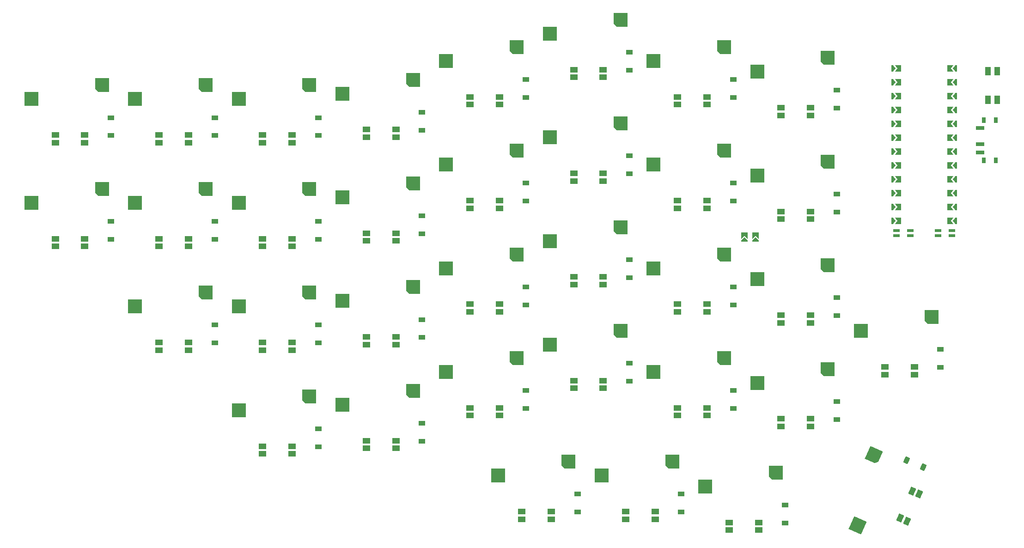
<source format=gbr>
%TF.GenerationSoftware,KiCad,Pcbnew,8.0.6*%
%TF.CreationDate,2025-01-09T22:44:34+01:00*%
%TF.ProjectId,deley,64656c65-792e-46b6-9963-61645f706362,0.1*%
%TF.SameCoordinates,Original*%
%TF.FileFunction,Paste,Bot*%
%TF.FilePolarity,Positive*%
%FSLAX46Y46*%
G04 Gerber Fmt 4.6, Leading zero omitted, Abs format (unit mm)*
G04 Created by KiCad (PCBNEW 8.0.6) date 2025-01-09 22:44:34*
%MOMM*%
%LPD*%
G01*
G04 APERTURE LIST*
G04 Aperture macros list*
%AMRotRect*
0 Rectangle, with rotation*
0 The origin of the aperture is its center*
0 $1 length*
0 $2 width*
0 $3 Rotation angle, in degrees counterclockwise*
0 Add horizontal line*
21,1,$1,$2,0,0,$3*%
%AMOutline5P*
0 Free polygon, 5 corners , with rotation*
0 The origin of the aperture is its center*
0 number of corners: always 5*
0 $1 to $10 corner X, Y*
0 $11 Rotation angle, in degrees counterclockwise*
0 create outline with 5 corners*
4,1,5,$1,$2,$3,$4,$5,$6,$7,$8,$9,$10,$1,$2,$11*%
%AMOutline6P*
0 Free polygon, 6 corners , with rotation*
0 The origin of the aperture is its center*
0 number of corners: always 6*
0 $1 to $12 corner X, Y*
0 $13 Rotation angle, in degrees counterclockwise*
0 create outline with 6 corners*
4,1,6,$1,$2,$3,$4,$5,$6,$7,$8,$9,$10,$11,$12,$1,$2,$13*%
%AMOutline7P*
0 Free polygon, 7 corners , with rotation*
0 The origin of the aperture is its center*
0 number of corners: always 7*
0 $1 to $14 corner X, Y*
0 $15 Rotation angle, in degrees counterclockwise*
0 create outline with 7 corners*
4,1,7,$1,$2,$3,$4,$5,$6,$7,$8,$9,$10,$11,$12,$13,$14,$1,$2,$15*%
%AMOutline8P*
0 Free polygon, 8 corners , with rotation*
0 The origin of the aperture is its center*
0 number of corners: always 8*
0 $1 to $16 corner X, Y*
0 $17 Rotation angle, in degrees counterclockwise*
0 create outline with 8 corners*
4,1,8,$1,$2,$3,$4,$5,$6,$7,$8,$9,$10,$11,$12,$13,$14,$15,$16,$1,$2,$17*%
%AMFreePoly0*
4,1,6,0.500000,-0.625000,-0.650000,-0.625000,-0.150000,0.000000,-0.650000,0.625000,0.500000,0.625000,0.500000,-0.625000,0.500000,-0.625000,$1*%
%AMFreePoly1*
4,1,6,0.250000,0.000000,-0.250000,-0.625000,-0.500000,-0.625000,-0.500000,0.625000,-0.250000,0.625000,0.250000,0.000000,0.250000,0.000000,$1*%
%AMFreePoly2*
4,1,6,0.600000,-0.200000,0.600000,-0.400000,-0.600000,-0.400000,-0.600000,-0.200000,0.000000,0.400000,0.600000,-0.200000,0.600000,-0.200000,$1*%
%AMFreePoly3*
4,1,6,0.600000,-1.000000,0.000000,-0.400000,-0.600000,-1.000000,-0.600000,0.250000,0.600000,0.250000,0.600000,-1.000000,0.600000,-1.000000,$1*%
G04 Aperture macros list end*
%ADD10R,1.200000X0.900000*%
%ADD11RotRect,0.900000X1.200000X156.000000*%
%ADD12FreePoly0,180.000000*%
%ADD13FreePoly0,0.000000*%
%ADD14FreePoly1,0.000000*%
%ADD15FreePoly1,180.000000*%
%ADD16R,1.500000X0.700000*%
%ADD17R,0.800000X1.000000*%
%ADD18R,1.000000X1.550000*%
%ADD19R,1.200000X0.600000*%
%ADD20RotRect,1.400000X1.000000X246.000000*%
%ADD21R,1.400000X1.000000*%
%ADD22Outline5P,-1.275000X1.250000X1.275000X1.250000X1.275000X-1.250000X-0.775000X-1.250000X-1.275000X-0.750000X0.000000*%
%ADD23R,2.550000X2.500000*%
%ADD24FreePoly2,0.000000*%
%ADD25FreePoly3,0.000000*%
%ADD26Outline5P,-1.275000X1.250000X1.275000X1.250000X1.275000X-1.250000X-0.775000X-1.250000X-1.275000X-0.750000X66.000000*%
%ADD27RotRect,2.550000X2.500000X66.000000*%
G04 APERTURE END LIST*
D10*
%TO.C,D22*%
X231500000Y-163850000D03*
X231500000Y-167150000D03*
%TD*%
D11*
%TO.C,D33*%
X263327039Y-176594136D03*
X266341739Y-177936366D03*
%TD*%
D12*
%TO.C,MCU1*%
X271275000Y-104800000D03*
X271275000Y-107340000D03*
X271275000Y-109880000D03*
X271275000Y-112420000D03*
X271275000Y-114960000D03*
X271275000Y-117500000D03*
X271275000Y-120040000D03*
X271275000Y-122580000D03*
X271275000Y-125120000D03*
X271275000Y-127660000D03*
X271275000Y-130200000D03*
X271275000Y-132740000D03*
D13*
X261725000Y-132740000D03*
X261725000Y-130200000D03*
X261725000Y-127660000D03*
X261725000Y-125120000D03*
X261725000Y-122580000D03*
X261725000Y-120040000D03*
X261725000Y-117500000D03*
X261725000Y-114960000D03*
X261725000Y-112420000D03*
X261725000Y-109880000D03*
X261725000Y-107340000D03*
X261725000Y-104800000D03*
D14*
X261000000Y-104800000D03*
X261000000Y-107340000D03*
X261000000Y-109880000D03*
X261000000Y-112420000D03*
X261000000Y-114960000D03*
X261000000Y-117500000D03*
X261000000Y-120040000D03*
X261000000Y-122580000D03*
X261000000Y-125120000D03*
X261000000Y-127660000D03*
X261000000Y-130200000D03*
X261000000Y-132740000D03*
D15*
X272000000Y-132740000D03*
X272000000Y-130200000D03*
X272000000Y-127660000D03*
X272000000Y-125120000D03*
X272000000Y-122580000D03*
X272000000Y-120040000D03*
X272000000Y-117500000D03*
X272000000Y-114960000D03*
X272000000Y-112420000D03*
X272000000Y-109880000D03*
X272000000Y-107340000D03*
X272000000Y-104800000D03*
%TD*%
D10*
%TO.C,D14*%
X193500000Y-163850000D03*
X193500000Y-167150000D03*
%TD*%
%TO.C,D17*%
X193500000Y-106850000D03*
X193500000Y-110150000D03*
%TD*%
%TO.C,D7*%
X155500000Y-151850000D03*
X155500000Y-155150000D03*
%TD*%
%TO.C,D2*%
X117500000Y-113850000D03*
X117500000Y-117150000D03*
%TD*%
%TO.C,D16*%
X193500000Y-125850000D03*
X193500000Y-129150000D03*
%TD*%
%TO.C,D21*%
X212500000Y-101850000D03*
X212500000Y-105150000D03*
%TD*%
%TO.C,D9*%
X155500000Y-113850000D03*
X155500000Y-117150000D03*
%TD*%
%TO.C,D15*%
X193500000Y-144850000D03*
X193500000Y-148150000D03*
%TD*%
%TO.C,D24*%
X231500000Y-125850000D03*
X231500000Y-129150000D03*
%TD*%
%TO.C,D18*%
X212500000Y-158850000D03*
X212500000Y-162150000D03*
%TD*%
%TO.C,D32*%
X241000000Y-184850000D03*
X241000000Y-188150000D03*
%TD*%
D16*
%TO.C,PWR1*%
X276765000Y-120250000D03*
X276765000Y-118750000D03*
X276765000Y-115750000D03*
D17*
X279625000Y-121650000D03*
X279625000Y-114350000D03*
X277415000Y-121650000D03*
X277415000Y-114350000D03*
%TD*%
D10*
%TO.C,D23*%
X231500000Y-144850000D03*
X231500000Y-148150000D03*
%TD*%
%TO.C,D28*%
X250500000Y-127850000D03*
X250500000Y-131150000D03*
%TD*%
%TO.C,D13*%
X174500000Y-112850000D03*
X174500000Y-116150000D03*
%TD*%
%TO.C,D10*%
X174500000Y-169850000D03*
X174500000Y-173150000D03*
%TD*%
%TO.C,D27*%
X250500000Y-146850000D03*
X250500000Y-150150000D03*
%TD*%
%TO.C,D20*%
X212500000Y-120850000D03*
X212500000Y-124150000D03*
%TD*%
%TO.C,D4*%
X136500000Y-132850000D03*
X136500000Y-136150000D03*
%TD*%
%TO.C,D31*%
X222000000Y-182850000D03*
X222000000Y-186150000D03*
%TD*%
%TO.C,D19*%
X212500000Y-139850000D03*
X212500000Y-143150000D03*
%TD*%
D18*
%TO.C,RST1*%
X278150000Y-110625000D03*
X279850000Y-110625000D03*
X278150000Y-105375000D03*
X279850000Y-105375000D03*
%TD*%
D10*
%TO.C,D30*%
X203000000Y-182850000D03*
X203000000Y-186150000D03*
%TD*%
%TO.C,D6*%
X155500000Y-170850000D03*
X155500000Y-174150000D03*
%TD*%
%TO.C,D12*%
X174500000Y-131850000D03*
X174500000Y-135150000D03*
%TD*%
%TO.C,D3*%
X136500000Y-151850000D03*
X136500000Y-155150000D03*
%TD*%
%TO.C,D34*%
X269500000Y-156350000D03*
X269500000Y-159650000D03*
%TD*%
%TO.C,D8*%
X155500000Y-132850000D03*
X155500000Y-136150000D03*
%TD*%
%TO.C,D29*%
X250500000Y-108850000D03*
X250500000Y-112150000D03*
%TD*%
%TO.C,D26*%
X250500000Y-165850000D03*
X250500000Y-169150000D03*
%TD*%
%TO.C,D25*%
X231500000Y-106850000D03*
X231500000Y-110150000D03*
%TD*%
%TO.C,D11*%
X174500000Y-150850000D03*
X174500000Y-154150000D03*
%TD*%
D19*
%TO.C,DISP1*%
X261420000Y-134550000D03*
X263960000Y-134550000D03*
X269040000Y-134550000D03*
X271580000Y-134550000D03*
X261420000Y-135450000D03*
X263960000Y-135450000D03*
X269040000Y-135450000D03*
X271580000Y-135450000D03*
%TD*%
D10*
%TO.C,D5*%
X136500000Y-113850000D03*
X136500000Y-117150000D03*
%TD*%
%TO.C,D1*%
X117500000Y-132850000D03*
X117500000Y-136150000D03*
%TD*%
D20*
%TO.C,LED34*%
X264298048Y-182280711D03*
X265577012Y-182850142D03*
X263380634Y-187783287D03*
X262101670Y-187213856D03*
%TD*%
D21*
%TO.C,LED6*%
X145300000Y-175450000D03*
X145300000Y-174050000D03*
X150700000Y-174050000D03*
X150700000Y-175450000D03*
%TD*%
%TO.C,LED11*%
X183300000Y-149450000D03*
X183300000Y-148050000D03*
X188700000Y-148050000D03*
X188700000Y-149450000D03*
%TD*%
D22*
%TO.C,S30*%
X201342000Y-176920000D03*
D23*
X188415000Y-179460000D03*
%TD*%
D24*
%TO.C,JST1*%
X233600000Y-136200000D03*
X235600000Y-136200000D03*
D25*
X235600000Y-135184000D03*
X233600000Y-135184000D03*
%TD*%
D21*
%TO.C,LED3*%
X126300000Y-156450000D03*
X126300000Y-155050000D03*
X131700000Y-155050000D03*
X131700000Y-156450000D03*
%TD*%
D22*
%TO.C,S16*%
X191842000Y-119920000D03*
D23*
X178915000Y-122460000D03*
%TD*%
D21*
%TO.C,LED26*%
X207700000Y-143050000D03*
X207700000Y-144450000D03*
X202300000Y-144450000D03*
X202300000Y-143050000D03*
%TD*%
D22*
%TO.C,S14*%
X191842000Y-157920000D03*
D23*
X178915000Y-160460000D03*
%TD*%
D21*
%TO.C,LED14*%
X221300000Y-168450000D03*
X221300000Y-167050000D03*
X226700000Y-167050000D03*
X226700000Y-168450000D03*
%TD*%
D22*
%TO.C,S25*%
X229842000Y-100920000D03*
D23*
X216915000Y-103460000D03*
%TD*%
D22*
%TO.C,S28*%
X248842000Y-121920000D03*
D23*
X235915000Y-124460000D03*
%TD*%
D21*
%TO.C,LED21*%
X169700000Y-173050000D03*
X169700000Y-174450000D03*
X164300000Y-174450000D03*
X164300000Y-173050000D03*
%TD*%
%TO.C,LED12*%
X183300000Y-130450000D03*
X183300000Y-129050000D03*
X188700000Y-129050000D03*
X188700000Y-130450000D03*
%TD*%
%TO.C,LED25*%
X207700000Y-162050000D03*
X207700000Y-163450000D03*
X202300000Y-163450000D03*
X202300000Y-162050000D03*
%TD*%
%TO.C,LED8*%
X145300000Y-137450000D03*
X145300000Y-136050000D03*
X150700000Y-136050000D03*
X150700000Y-137450000D03*
%TD*%
%TO.C,LED20*%
X259300000Y-160950000D03*
X259300000Y-159550000D03*
X264700000Y-159550000D03*
X264700000Y-160950000D03*
%TD*%
D22*
%TO.C,S31*%
X220342000Y-176920000D03*
D23*
X207415000Y-179460000D03*
%TD*%
D22*
%TO.C,S24*%
X229842000Y-119920000D03*
D23*
X216915000Y-122460000D03*
%TD*%
D21*
%TO.C,LED30*%
X245700000Y-150050000D03*
X245700000Y-151450000D03*
X240300000Y-151450000D03*
X240300000Y-150050000D03*
%TD*%
%TO.C,LED19*%
X230800000Y-189450000D03*
X230800000Y-188050000D03*
X236200000Y-188050000D03*
X236200000Y-189450000D03*
%TD*%
%TO.C,LED9*%
X145300000Y-118450000D03*
X145300000Y-117050000D03*
X150700000Y-117050000D03*
X150700000Y-118450000D03*
%TD*%
D22*
%TO.C,S21*%
X210842000Y-95920000D03*
D23*
X197915000Y-98460000D03*
%TD*%
D22*
%TO.C,S13*%
X172842000Y-106920000D03*
D23*
X159915000Y-109460000D03*
%TD*%
D21*
%TO.C,LED23*%
X169700000Y-135050000D03*
X169700000Y-136450000D03*
X164300000Y-136450000D03*
X164300000Y-135050000D03*
%TD*%
%TO.C,LED31*%
X245700000Y-131050000D03*
X245700000Y-132450000D03*
X240300000Y-132450000D03*
X240300000Y-131050000D03*
%TD*%
%TO.C,LED1*%
X107300000Y-137450000D03*
X107300000Y-136050000D03*
X112700000Y-136050000D03*
X112700000Y-137450000D03*
%TD*%
%TO.C,LED24*%
X169700000Y-116050000D03*
X169700000Y-117450000D03*
X164300000Y-117450000D03*
X164300000Y-116050000D03*
%TD*%
D22*
%TO.C,S27*%
X248842000Y-140920000D03*
D23*
X235915000Y-143460000D03*
%TD*%
D22*
%TO.C,S32*%
X239342000Y-178920000D03*
D23*
X226415000Y-181460000D03*
%TD*%
D21*
%TO.C,LED5*%
X126300000Y-118450000D03*
X126300000Y-117050000D03*
X131700000Y-117050000D03*
X131700000Y-118450000D03*
%TD*%
D22*
%TO.C,S11*%
X172842000Y-144920000D03*
D23*
X159915000Y-147460000D03*
%TD*%
D22*
%TO.C,S3*%
X134842000Y-145920000D03*
D23*
X121915000Y-148460000D03*
%TD*%
D22*
%TO.C,S10*%
X172842000Y-163920000D03*
D23*
X159915000Y-166460000D03*
%TD*%
D21*
%TO.C,LED33*%
X217200000Y-186050000D03*
X217200000Y-187450000D03*
X211800000Y-187450000D03*
X211800000Y-186050000D03*
%TD*%
D22*
%TO.C,S7*%
X153842000Y-145920000D03*
D23*
X140915000Y-148460000D03*
%TD*%
D21*
%TO.C,LED22*%
X169700000Y-154050000D03*
X169700000Y-155450000D03*
X164300000Y-155450000D03*
X164300000Y-154050000D03*
%TD*%
%TO.C,LED28*%
X207700000Y-105050000D03*
X207700000Y-106450000D03*
X202300000Y-106450000D03*
X202300000Y-105050000D03*
%TD*%
D22*
%TO.C,S8*%
X153842000Y-126920000D03*
D23*
X140915000Y-129460000D03*
%TD*%
D22*
%TO.C,S18*%
X210842000Y-152920000D03*
D23*
X197915000Y-155460000D03*
%TD*%
D22*
%TO.C,S23*%
X229842000Y-138920000D03*
D23*
X216915000Y-141460000D03*
%TD*%
D22*
%TO.C,S1*%
X115842000Y-126920000D03*
D23*
X102915000Y-129460000D03*
%TD*%
D21*
%TO.C,LED27*%
X207700000Y-124050000D03*
X207700000Y-125450000D03*
X202300000Y-125450000D03*
X202300000Y-124050000D03*
%TD*%
%TO.C,LED18*%
X192800000Y-187450000D03*
X192800000Y-186050000D03*
X198200000Y-186050000D03*
X198200000Y-187450000D03*
%TD*%
%TO.C,LED16*%
X221300000Y-130450000D03*
X221300000Y-129050000D03*
X226700000Y-129050000D03*
X226700000Y-130450000D03*
%TD*%
%TO.C,LED7*%
X145300000Y-156450000D03*
X145300000Y-155050000D03*
X150700000Y-155050000D03*
X150700000Y-156450000D03*
%TD*%
D22*
%TO.C,S4*%
X134842000Y-126920000D03*
D23*
X121915000Y-129460000D03*
%TD*%
D22*
%TO.C,S29*%
X248842000Y-102920000D03*
D23*
X235915000Y-105460000D03*
%TD*%
D22*
%TO.C,S2*%
X115842000Y-107920000D03*
D23*
X102915000Y-110460000D03*
%TD*%
D21*
%TO.C,LED15*%
X221300000Y-149450000D03*
X221300000Y-148050000D03*
X226700000Y-148050000D03*
X226700000Y-149450000D03*
%TD*%
%TO.C,LED29*%
X245700000Y-169050000D03*
X245700000Y-170450000D03*
X240300000Y-170450000D03*
X240300000Y-169050000D03*
%TD*%
D22*
%TO.C,S26*%
X248842000Y-159920000D03*
D23*
X235915000Y-162460000D03*
%TD*%
D21*
%TO.C,LED13*%
X183300000Y-111450000D03*
X183300000Y-110050000D03*
X188700000Y-110050000D03*
X188700000Y-111450000D03*
%TD*%
D26*
%TO.C,S33*%
X257235345Y-175696845D03*
D27*
X254297865Y-188539358D03*
%TD*%
D22*
%TO.C,S6*%
X153842000Y-164920000D03*
D23*
X140915000Y-167460000D03*
%TD*%
D22*
%TO.C,S34*%
X267842000Y-150420000D03*
D23*
X254915000Y-152960000D03*
%TD*%
D22*
%TO.C,S19*%
X210842000Y-133920000D03*
D23*
X197915000Y-136460000D03*
%TD*%
D22*
%TO.C,S15*%
X191842000Y-138920000D03*
D23*
X178915000Y-141460000D03*
%TD*%
D22*
%TO.C,S20*%
X210842000Y-114920000D03*
D23*
X197915000Y-117460000D03*
%TD*%
D21*
%TO.C,LED17*%
X221300000Y-111450000D03*
X221300000Y-110050000D03*
X226700000Y-110050000D03*
X226700000Y-111450000D03*
%TD*%
%TO.C,LED32*%
X245700000Y-112050000D03*
X245700000Y-113450000D03*
X240300000Y-113450000D03*
X240300000Y-112050000D03*
%TD*%
D22*
%TO.C,S22*%
X229842000Y-157920000D03*
D23*
X216915000Y-160460000D03*
%TD*%
D22*
%TO.C,S5*%
X134842000Y-107920000D03*
D23*
X121915000Y-110460000D03*
%TD*%
D21*
%TO.C,LED10*%
X183300000Y-168450000D03*
X183300000Y-167050000D03*
X188700000Y-167050000D03*
X188700000Y-168450000D03*
%TD*%
%TO.C,LED4*%
X126300000Y-137450000D03*
X126300000Y-136050000D03*
X131700000Y-136050000D03*
X131700000Y-137450000D03*
%TD*%
D22*
%TO.C,S12*%
X172842000Y-125920000D03*
D23*
X159915000Y-128460000D03*
%TD*%
D21*
%TO.C,LED2*%
X107300000Y-118450000D03*
X107300000Y-117050000D03*
X112700000Y-117050000D03*
X112700000Y-118450000D03*
%TD*%
D22*
%TO.C,S9*%
X153842000Y-107920000D03*
D23*
X140915000Y-110460000D03*
%TD*%
D22*
%TO.C,S17*%
X191842000Y-100920000D03*
D23*
X178915000Y-103460000D03*
%TD*%
M02*

</source>
